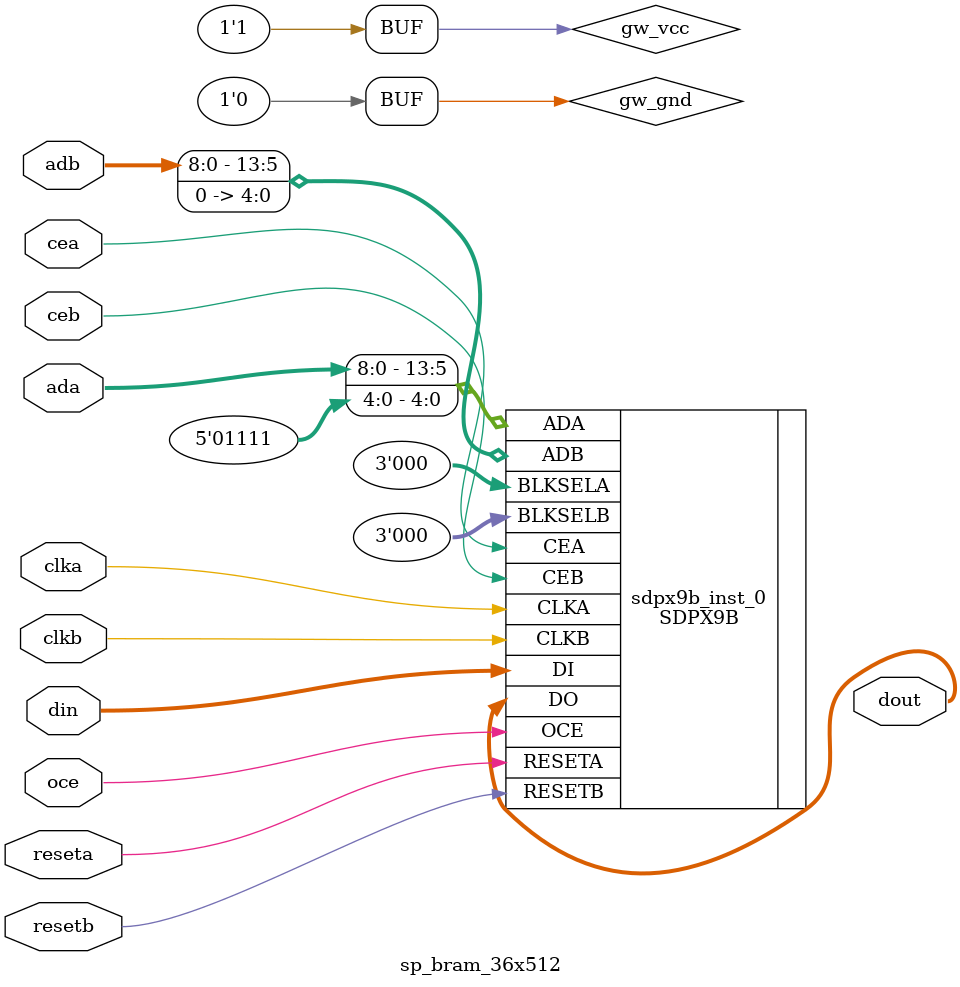
<source format=v>

module sp_bram_36x512 (dout, clka, cea, reseta, clkb, ceb, resetb, oce, ada, din, adb);

output [35:0] dout;
input clka;
input cea;
input reseta;
input clkb;
input ceb;
input resetb;
input oce;
input [8:0] ada;
input [35:0] din;
input [8:0] adb;

wire gw_vcc;
wire gw_gnd;

assign gw_vcc = 1'b1;
assign gw_gnd = 1'b0;

SDPX9B sdpx9b_inst_0 (
    .DO(dout[35:0]),
    .CLKA(clka),
    .CEA(cea),
    .RESETA(reseta),
    .CLKB(clkb),
    .CEB(ceb),
    .RESETB(resetb),
    .OCE(oce),
    .BLKSELA({gw_gnd,gw_gnd,gw_gnd}),
    .BLKSELB({gw_gnd,gw_gnd,gw_gnd}),
    .ADA({ada[8:0],gw_gnd,gw_vcc,gw_vcc,gw_vcc,gw_vcc}),
    .DI(din[35:0]),
    .ADB({adb[8:0],gw_gnd,gw_gnd,gw_gnd,gw_gnd,gw_gnd})
);

defparam sdpx9b_inst_0.READ_MODE = 1'b0;
defparam sdpx9b_inst_0.BIT_WIDTH_0 = 36;
defparam sdpx9b_inst_0.BIT_WIDTH_1 = 36;
defparam sdpx9b_inst_0.BLK_SEL_0 = 3'b000;
defparam sdpx9b_inst_0.BLK_SEL_1 = 3'b000;
defparam sdpx9b_inst_0.RESET_MODE = "ASYNC";
defparam sdpx9b_inst_0.INIT_RAM_00 = 288'h000000000000000000000000000000000000000000000000000000000000000000000000;
defparam sdpx9b_inst_0.INIT_RAM_01 = 288'h000000000000000000000000000000000000000000000000000000000000000000000000;
defparam sdpx9b_inst_0.INIT_RAM_02 = 288'h000000000000000000000000000000000000000000000000000000000000000000000000;
defparam sdpx9b_inst_0.INIT_RAM_03 = 288'h000000000000000000000000000000000000000000000000000000000000000000000000;
defparam sdpx9b_inst_0.INIT_RAM_04 = 288'h000000000000000000000000000000000000000000000000000000000000000000000000;
defparam sdpx9b_inst_0.INIT_RAM_05 = 288'h000000000000000000000000000000000000000000000000000000000000000000000000;
defparam sdpx9b_inst_0.INIT_RAM_06 = 288'h000000000000000000000000000000000000000000000000000000000000000000000000;
defparam sdpx9b_inst_0.INIT_RAM_07 = 288'h000000000000000000000000000000000000000000000000000000000000000000000000;
defparam sdpx9b_inst_0.INIT_RAM_08 = 288'h000000000000000000000000000000000000000000000000000000000000000000000000;
defparam sdpx9b_inst_0.INIT_RAM_09 = 288'h000000000000000000000000000000000000000000000000000000000000000000000000;
defparam sdpx9b_inst_0.INIT_RAM_0A = 288'h000000000000000000000000000000000000000000000000000000000000000000000000;
defparam sdpx9b_inst_0.INIT_RAM_0B = 288'h000000000000000000000000000000000000000000000000000000000000000000000000;
defparam sdpx9b_inst_0.INIT_RAM_0C = 288'h000000000000000000000000000000000000000000000000000000000000000000000000;
defparam sdpx9b_inst_0.INIT_RAM_0D = 288'h000000000000000000000000000000000000000000000000000000000000000000000000;
defparam sdpx9b_inst_0.INIT_RAM_0E = 288'h000000000000000000000000000000000000000000000000000000000000000000000000;
defparam sdpx9b_inst_0.INIT_RAM_0F = 288'h000000000000000000000000000000000000000000000000000000000000000000000000;
defparam sdpx9b_inst_0.INIT_RAM_10 = 288'h000000000000000000000000000000000000000000000000000000000000000000000000;
defparam sdpx9b_inst_0.INIT_RAM_11 = 288'h000000000000000000000000000000000000000000000000000000000000000000000000;
defparam sdpx9b_inst_0.INIT_RAM_12 = 288'h000000000000000000000000000000000000000000000000000000000000000000000000;
defparam sdpx9b_inst_0.INIT_RAM_13 = 288'h000000000000000000000000000000000000000000000000000000000000000000000000;
defparam sdpx9b_inst_0.INIT_RAM_14 = 288'h000000000000000000000000000000000000000000000000000000000000000000000000;
defparam sdpx9b_inst_0.INIT_RAM_15 = 288'h000000000000000000000000000000000000000000000000000000000000000000000000;
defparam sdpx9b_inst_0.INIT_RAM_16 = 288'h000000000000000000000000000000000000000000000000000000000000000000000000;
defparam sdpx9b_inst_0.INIT_RAM_17 = 288'h000000000000000000000000000000000000000000000000000000000000000000000000;
defparam sdpx9b_inst_0.INIT_RAM_18 = 288'h000000000000000000000000000000000000000000000000000000000000000000000000;
defparam sdpx9b_inst_0.INIT_RAM_19 = 288'h000000000000000000000000000000000000000000000000000000000000000000000000;
defparam sdpx9b_inst_0.INIT_RAM_1A = 288'h000000000000000000000000000000000000000000000000000000000000000000000000;
defparam sdpx9b_inst_0.INIT_RAM_1B = 288'h000000000000000000000000000000000000000000000000000000000000000000000000;
defparam sdpx9b_inst_0.INIT_RAM_1C = 288'h000000000000000000000000000000000000000000000000000000000000000000000000;
defparam sdpx9b_inst_0.INIT_RAM_1D = 288'h000000000000000000000000000000000000000000000000000000000000000000000000;
defparam sdpx9b_inst_0.INIT_RAM_1E = 288'h000000000000000000000000000000000000000000000000000000000000000000000000;
defparam sdpx9b_inst_0.INIT_RAM_1F = 288'h000000000000000000000000000000000000000000000000000000000000000000000000;
defparam sdpx9b_inst_0.INIT_RAM_20 = 288'h000000000000000000000000000000000000000000000000000000000000000000000000;
defparam sdpx9b_inst_0.INIT_RAM_21 = 288'h000000000000000000000000000000000000000000000000000000000000000000000000;
defparam sdpx9b_inst_0.INIT_RAM_22 = 288'h000000000000000000000000000000000000000000000000000000000000000000000000;
defparam sdpx9b_inst_0.INIT_RAM_23 = 288'h000000000000000000000000000000000000000000000000000000000000000000000000;
defparam sdpx9b_inst_0.INIT_RAM_24 = 288'h000000000000000000000000000000000000000000000000000000000000000000000000;
defparam sdpx9b_inst_0.INIT_RAM_25 = 288'h000000000000000000000000000000000000000000000000000000000000000000000000;
defparam sdpx9b_inst_0.INIT_RAM_26 = 288'h000000000000000000000000000000000000000000000000000000000000000000000000;
defparam sdpx9b_inst_0.INIT_RAM_27 = 288'h000000000000000000000000000000000000000000000000000000000000000000000000;
defparam sdpx9b_inst_0.INIT_RAM_28 = 288'h000000000000000000000000000000000000000000000000000000000000000000000000;
defparam sdpx9b_inst_0.INIT_RAM_29 = 288'h000000000000000000000000000000000000000000000000000000000000000000000000;
defparam sdpx9b_inst_0.INIT_RAM_2A = 288'h000000000000000000000000000000000000000000000000000000000000000000000000;
defparam sdpx9b_inst_0.INIT_RAM_2B = 288'h000000000000000000000000000000000000000000000000000000000000000000000000;
defparam sdpx9b_inst_0.INIT_RAM_2C = 288'h000000000000000000000000000000000000000000000000000000000000000000000000;
defparam sdpx9b_inst_0.INIT_RAM_2D = 288'h000000000000000000000000000000000000000000000000000000000000000000000000;
defparam sdpx9b_inst_0.INIT_RAM_2E = 288'h000000000000000000000000000000000000000000000000000000000000000000000000;
defparam sdpx9b_inst_0.INIT_RAM_2F = 288'h000000000000000000000000000000000000000000000000000000000000000000000000;
defparam sdpx9b_inst_0.INIT_RAM_30 = 288'h000000000000000000000000000000000000000000000000000000000000000000000000;
defparam sdpx9b_inst_0.INIT_RAM_31 = 288'h000000000000000000000000000000000000000000000000000000000000000000000000;
defparam sdpx9b_inst_0.INIT_RAM_32 = 288'h000000000000000000000000000000000000000000000000000000000000000000000000;
defparam sdpx9b_inst_0.INIT_RAM_33 = 288'h000000000000000000000000000000000000000000000000000000000000000000000000;
defparam sdpx9b_inst_0.INIT_RAM_34 = 288'h000000000000000000000000000000000000000000000000000000000000000000000000;
defparam sdpx9b_inst_0.INIT_RAM_35 = 288'h000000000000000000000000000000000000000000000000000000000000000000000000;
defparam sdpx9b_inst_0.INIT_RAM_36 = 288'h000000000000000000000000000000000000000000000000000000000000000000000000;
defparam sdpx9b_inst_0.INIT_RAM_37 = 288'h000000000000000000000000000000000000000000000000000000000000000000000000;
defparam sdpx9b_inst_0.INIT_RAM_38 = 288'h000000000000000000000000000000000000000000000000000000000000000000000000;
defparam sdpx9b_inst_0.INIT_RAM_39 = 288'h000000000000000000000000000000000000000000000000000000000000000000000000;
defparam sdpx9b_inst_0.INIT_RAM_3A = 288'h000000000000000000000000000000000000000000000000000000000000000000000000;
defparam sdpx9b_inst_0.INIT_RAM_3B = 288'h000000000000000000000000000000000000000000000000000000000000000000000000;
defparam sdpx9b_inst_0.INIT_RAM_3C = 288'h000000000000000000000000000000000000000000000000000000000000000000000000;
defparam sdpx9b_inst_0.INIT_RAM_3D = 288'h000000000000000000000000000000000000000000000000000000000000000000000000;
defparam sdpx9b_inst_0.INIT_RAM_3E = 288'h000000000000000000000000000000000000000000000000000000000000000000000000;
defparam sdpx9b_inst_0.INIT_RAM_3F = 288'h000000000000000000000000000000000000000000000000000000000000000000000000;

endmodule //sp_bram_36x512

</source>
